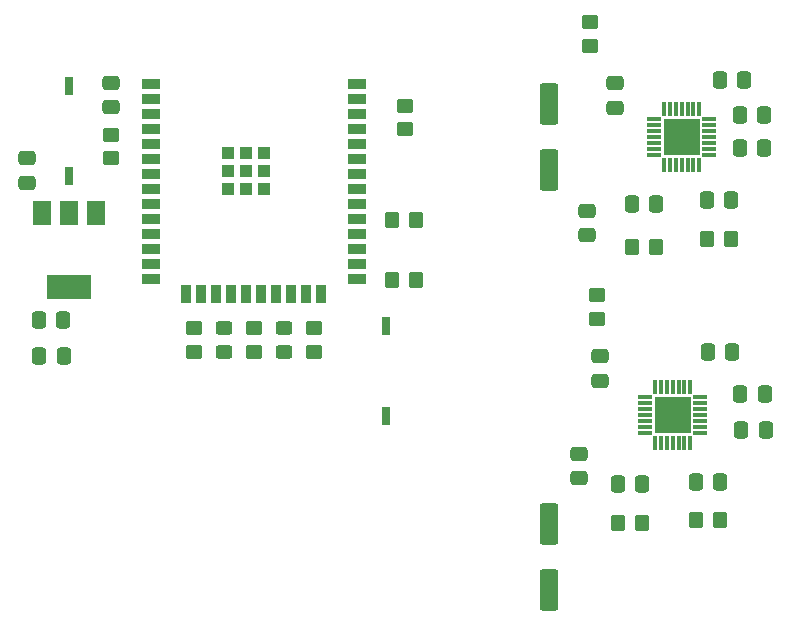
<source format=gbr>
%TF.GenerationSoftware,KiCad,Pcbnew,7.0.1*%
%TF.CreationDate,2023-05-08T21:24:27+02:00*%
%TF.ProjectId,PCB_evenwicht,5043425f-6576-4656-9e77-696368742e6b,rev?*%
%TF.SameCoordinates,Original*%
%TF.FileFunction,Paste,Top*%
%TF.FilePolarity,Positive*%
%FSLAX46Y46*%
G04 Gerber Fmt 4.6, Leading zero omitted, Abs format (unit mm)*
G04 Created by KiCad (PCBNEW 7.0.1) date 2023-05-08 21:24:27*
%MOMM*%
%LPD*%
G01*
G04 APERTURE LIST*
G04 Aperture macros list*
%AMRoundRect*
0 Rectangle with rounded corners*
0 $1 Rounding radius*
0 $2 $3 $4 $5 $6 $7 $8 $9 X,Y pos of 4 corners*
0 Add a 4 corners polygon primitive as box body*
4,1,4,$2,$3,$4,$5,$6,$7,$8,$9,$2,$3,0*
0 Add four circle primitives for the rounded corners*
1,1,$1+$1,$2,$3*
1,1,$1+$1,$4,$5*
1,1,$1+$1,$6,$7*
1,1,$1+$1,$8,$9*
0 Add four rect primitives between the rounded corners*
20,1,$1+$1,$2,$3,$4,$5,0*
20,1,$1+$1,$4,$5,$6,$7,0*
20,1,$1+$1,$6,$7,$8,$9,0*
20,1,$1+$1,$8,$9,$2,$3,0*%
G04 Aperture macros list end*
%ADD10RoundRect,0.250000X-0.350000X-0.450000X0.350000X-0.450000X0.350000X0.450000X-0.350000X0.450000X0*%
%ADD11RoundRect,0.250000X0.350000X0.450000X-0.350000X0.450000X-0.350000X-0.450000X0.350000X-0.450000X0*%
%ADD12RoundRect,0.250000X0.475000X-0.337500X0.475000X0.337500X-0.475000X0.337500X-0.475000X-0.337500X0*%
%ADD13R,1.500000X0.900000*%
%ADD14R,0.900000X1.500000*%
%ADD15R,1.050000X1.050000*%
%ADD16RoundRect,0.250000X0.337500X0.475000X-0.337500X0.475000X-0.337500X-0.475000X0.337500X-0.475000X0*%
%ADD17R,1.500000X2.000000*%
%ADD18R,3.800000X2.000000*%
%ADD19R,0.760000X1.600000*%
%ADD20RoundRect,0.250000X-0.337500X-0.475000X0.337500X-0.475000X0.337500X0.475000X-0.337500X0.475000X0*%
%ADD21RoundRect,0.250000X0.450000X-0.350000X0.450000X0.350000X-0.450000X0.350000X-0.450000X-0.350000X0*%
%ADD22RoundRect,0.250000X-0.450000X0.350000X-0.450000X-0.350000X0.450000X-0.350000X0.450000X0.350000X0*%
%ADD23RoundRect,0.250000X-0.550000X1.500000X-0.550000X-1.500000X0.550000X-1.500000X0.550000X1.500000X0*%
%ADD24R,1.150000X0.300000*%
%ADD25R,0.300000X1.150000*%
%ADD26R,3.150000X3.150000*%
%ADD27RoundRect,0.250000X0.450000X-0.325000X0.450000X0.325000X-0.450000X0.325000X-0.450000X-0.325000X0*%
%ADD28RoundRect,0.250000X0.550000X-1.500000X0.550000X1.500000X-0.550000X1.500000X-0.550000X-1.500000X0*%
%ADD29RoundRect,0.250000X-0.475000X0.337500X-0.475000X-0.337500X0.475000X-0.337500X0.475000X0.337500X0*%
%ADD30RoundRect,0.250000X-0.450000X0.325000X-0.450000X-0.325000X0.450000X-0.325000X0.450000X0.325000X0*%
G04 APERTURE END LIST*
D10*
%TO.C,R14*%
X162521000Y-90805000D03*
X164521000Y-90805000D03*
%TD*%
D11*
%TO.C,R15*%
X157917000Y-91059000D03*
X155917000Y-91059000D03*
%TD*%
D12*
%TO.C,C18*%
X154432000Y-79015500D03*
X154432000Y-76940500D03*
%TD*%
D13*
%TO.C,U1*%
X116345000Y-53935000D03*
X116345000Y-55205000D03*
X116345000Y-56475000D03*
X116345000Y-57745000D03*
X116345000Y-59015000D03*
X116345000Y-60285000D03*
X116345000Y-61555000D03*
X116345000Y-62825000D03*
X116345000Y-64095000D03*
X116345000Y-65365000D03*
X116345000Y-66635000D03*
X116345000Y-67905000D03*
X116345000Y-69175000D03*
X116345000Y-70445000D03*
D14*
X119385000Y-71695000D03*
X120655000Y-71695000D03*
X121925000Y-71695000D03*
X123195000Y-71695000D03*
X124465000Y-71695000D03*
X125735000Y-71695000D03*
X127005000Y-71695000D03*
X128275000Y-71695000D03*
X129545000Y-71695000D03*
X130815000Y-71695000D03*
D13*
X133845000Y-70445000D03*
X133845000Y-69175000D03*
X133845000Y-67905000D03*
X133845000Y-66635000D03*
X133845000Y-65365000D03*
X133845000Y-64095000D03*
X133845000Y-62825000D03*
X133845000Y-61555000D03*
X133845000Y-60285000D03*
X133845000Y-59015000D03*
X133845000Y-57745000D03*
X133845000Y-56475000D03*
X133845000Y-55205000D03*
X133845000Y-53935000D03*
D15*
X122890000Y-59750000D03*
X122890000Y-61275000D03*
X122890000Y-62800000D03*
X124415000Y-59750000D03*
X124415000Y-61275000D03*
X124415000Y-62800000D03*
X125940000Y-59750000D03*
X125940000Y-61275000D03*
X125940000Y-62800000D03*
%TD*%
D12*
%TO.C,C2*%
X105918000Y-62251500D03*
X105918000Y-60176500D03*
%TD*%
D16*
%TO.C,C14*%
X168363500Y-80113000D03*
X166288500Y-80113000D03*
%TD*%
D17*
%TO.C,U2*%
X111760000Y-64820000D03*
X109460000Y-64820000D03*
D18*
X109460000Y-71120000D03*
D17*
X107160000Y-64820000D03*
%TD*%
D19*
%TO.C,SW2*%
X136296400Y-74422000D03*
X136296400Y-82042000D03*
%TD*%
D20*
%TO.C,C9*%
X163449400Y-63754000D03*
X165524400Y-63754000D03*
%TD*%
D21*
%TO.C,R1*%
X113030000Y-60182000D03*
X113030000Y-58182000D03*
%TD*%
D11*
%TO.C,R11*%
X159136900Y-67686100D03*
X157136900Y-67686100D03*
%TD*%
D19*
%TO.C,SW1*%
X109474000Y-61722000D03*
X109474000Y-54102000D03*
%TD*%
D11*
%TO.C,R2*%
X138795000Y-70485000D03*
X136795000Y-70485000D03*
%TD*%
D22*
%TO.C,R5*%
X137871200Y-55743600D03*
X137871200Y-57743600D03*
%TD*%
D10*
%TO.C,R10*%
X163486900Y-67056000D03*
X165486900Y-67056000D03*
%TD*%
D12*
%TO.C,C10*%
X155702000Y-55901500D03*
X155702000Y-53826500D03*
%TD*%
D21*
%TO.C,R3*%
X130175000Y-76565000D03*
X130175000Y-74565000D03*
%TD*%
D11*
%TO.C,R6*%
X138795000Y-65405000D03*
X136795000Y-65405000D03*
%TD*%
D23*
%TO.C,C19*%
X150114000Y-91174000D03*
X150114000Y-96774000D03*
%TD*%
D16*
%TO.C,C11*%
X168423500Y-83210400D03*
X166348500Y-83210400D03*
%TD*%
D20*
%TO.C,C12*%
X163499500Y-76581000D03*
X165574500Y-76581000D03*
%TD*%
D16*
%TO.C,C16*%
X157954500Y-87757000D03*
X155879500Y-87757000D03*
%TD*%
D22*
%TO.C,R7*%
X125095000Y-74565000D03*
X125095000Y-76565000D03*
%TD*%
D12*
%TO.C,C1*%
X113030000Y-55880000D03*
X113030000Y-53805000D03*
%TD*%
D22*
%TO.C,R4*%
X120015000Y-74565000D03*
X120015000Y-76565000D03*
%TD*%
D24*
%TO.C,IC1*%
X163661900Y-59876600D03*
X163661900Y-59376600D03*
X163661900Y-58876600D03*
X163661900Y-58376600D03*
X163661900Y-57876600D03*
X163661900Y-57376600D03*
X163661900Y-56876600D03*
D25*
X162811900Y-56026600D03*
X162311900Y-56026600D03*
X161811900Y-56026600D03*
X161311900Y-56026600D03*
X160811900Y-56026600D03*
X160311900Y-56026600D03*
X159811900Y-56026600D03*
D24*
X158961900Y-56876600D03*
X158961900Y-57376600D03*
X158961900Y-57876600D03*
X158961900Y-58376600D03*
X158961900Y-58876600D03*
X158961900Y-59376600D03*
X158961900Y-59876600D03*
D25*
X159811900Y-60726600D03*
X160311900Y-60726600D03*
X160811900Y-60726600D03*
X161311900Y-60726600D03*
X161811900Y-60726600D03*
X162311900Y-60726600D03*
X162811900Y-60726600D03*
D26*
X161311900Y-58376600D03*
%TD*%
D12*
%TO.C,C17*%
X153310900Y-66691600D03*
X153310900Y-64616600D03*
%TD*%
D24*
%TO.C,IC2*%
X162896000Y-83415000D03*
X162896000Y-82915000D03*
X162896000Y-82415000D03*
X162896000Y-81915000D03*
X162896000Y-81415000D03*
X162896000Y-80915000D03*
X162896000Y-80415000D03*
D25*
X162046000Y-79565000D03*
X161546000Y-79565000D03*
X161046000Y-79565000D03*
X160546000Y-79565000D03*
X160046000Y-79565000D03*
X159546000Y-79565000D03*
X159046000Y-79565000D03*
D24*
X158196000Y-80415000D03*
X158196000Y-80915000D03*
X158196000Y-81415000D03*
X158196000Y-81915000D03*
X158196000Y-82415000D03*
X158196000Y-82915000D03*
X158196000Y-83415000D03*
D25*
X159046000Y-84265000D03*
X159546000Y-84265000D03*
X160046000Y-84265000D03*
X160546000Y-84265000D03*
X161046000Y-84265000D03*
X161546000Y-84265000D03*
X162046000Y-84265000D03*
D26*
X160546000Y-81915000D03*
%TD*%
D22*
%TO.C,R13*%
X154123000Y-71787000D03*
X154123000Y-73787000D03*
%TD*%
D16*
%TO.C,C8*%
X168318400Y-56510100D03*
X166243400Y-56510100D03*
%TD*%
D20*
%TO.C,C6*%
X164549000Y-53594000D03*
X166624000Y-53594000D03*
%TD*%
%TO.C,C7*%
X157099400Y-64091600D03*
X159174400Y-64091600D03*
%TD*%
D27*
%TO.C,D2*%
X122555000Y-76590000D03*
X122555000Y-74540000D03*
%TD*%
D28*
%TO.C,C20*%
X150114000Y-61214000D03*
X150114000Y-55614000D03*
%TD*%
D16*
%TO.C,C5*%
X168318400Y-59304100D03*
X166243400Y-59304100D03*
%TD*%
D29*
%TO.C,C15*%
X152654000Y-85195500D03*
X152654000Y-87270500D03*
%TD*%
D16*
%TO.C,C4*%
X108987500Y-76962000D03*
X106912500Y-76962000D03*
%TD*%
%TO.C,C13*%
X164568500Y-87630000D03*
X162493500Y-87630000D03*
%TD*%
D30*
%TO.C,D1*%
X127635000Y-74540000D03*
X127635000Y-76590000D03*
%TD*%
D22*
%TO.C,R9*%
X153564900Y-48668100D03*
X153564900Y-50668100D03*
%TD*%
D20*
%TO.C,C3*%
X106891000Y-73914000D03*
X108966000Y-73914000D03*
%TD*%
M02*

</source>
